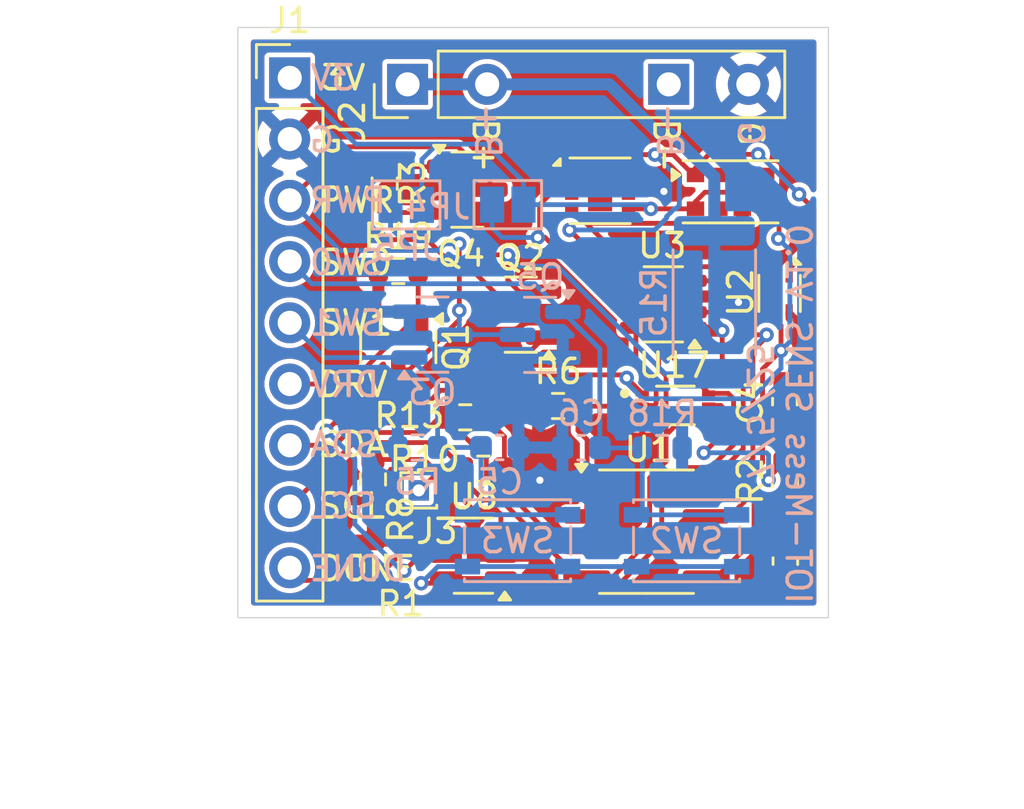
<source format=kicad_pcb>
(kicad_pcb (version 20241229) (generator "pcbnew") (generator_version "9.0")
  (layers (0 "F.Cu" signal) (2 "B.Cu" signal) (13 "F.Paste" user) (15 "B.Paste" user) (5 "F.SilkS" user "F.Silkscreen") (7 "B.SilkS" user "B.Silkscreen") (1 "F.Mask" user) (3 "B.Mask" user) (25 "Edge.Cuts" user))
  (net 0 "")
  (net 1 "Net-(U17-DVI)")
  (net 2 "GND")
  (net 3 "+3.3V")
  (net 4 "EN")
  (net 5 "ADDR")
  (net 6 "SCL_0")
  (net 7 "SDA_0")
  (net 8 "Net-(U12-LDR)")
  (net 12 "Va")
  (net 13 "Net-(Q2-G)")
  (net 14 "DONE")
  (net 15 "LSW1")
  (net 16 "LSW0")
  (net 17 "Net-(J3-Pin_1)")
  (net 18 "Net-(Q1-D)")
  (net 20 "Vb")
  (net 21 "PWR")
  (footprint "Package_TO_SOT_SMD:SOT-23-8" (layer "F.Cu") (at 96.386518 82.084014 180)
    (property "Reference" "U3")
    (property "Value" "INA219AxDCN")
  )
  (footprint "Resistor_SMD:R_0603_1608Metric" (layer "F.Cu") (at 84.35 89.344501 90)
    (property "Reference" "R8")
    (property "Value" "R")
  )
  (footprint "Package_SO:SOIC-8_3.9x4.9mm_P1.27mm" (layer "F.Cu") (at 95.687501 91.512499)
    (property "Reference" "U1")
    (property "Value" "INA219AxD")
  )
  (footprint "Resistor_SMD:R_0603_1608Metric" (layer "F.Cu") (at 84.35 92.7095 -90)
    (property "Reference" "R1")
    (property "Value" "R")
  )
  (footprint "Resistor_SMD:R_0603_1608Metric" (layer "F.Cu") (at 101.424016 89.419016 90)
    (property "Reference" "R2")
    (property "Value" "5K")
  )
  (footprint "Package_TO_SOT_SMD:SOT-23" (layer "F.Cu") (at 85.4 83.862499 -90)
    (property "Reference" "Q1")
    (property "Value" "AO3400A")
  )
  (footprint "Resistor_SMD:R_0603_1608Metric" (layer "F.Cu") (at 85.4 80.7)
    (property "Reference" "R19")
    (property "Value" "R")
  )
  (footprint "Sensor_Humidity:Sensirion_DFN-4_1.5x1.5mm_P0.8mm_SHT4x_NoCentralPad" (layer "F.Cu") (at 101.204018 81.629014 -90)
    (property "Reference" "U2")
    (property "Value" "SHT4x")
  )
  (footprint "IOT-Mess-Footprints:TP_Charger" (layer "F.Cu") (at 85.785 72.96 90)
    (property "Reference" "J2")
    (property "Value" "TP_4056")
  )
  (footprint "Sensor:Avago_APDS-9960" (layer "F.Cu") (at 99.174019 77.417049)
    (property "Reference" "U12" (hide yes))
    (property "Value" "APDS-9960")
  )
  (footprint "Sensor_Humidity:Sensirion_DFN-8-1EP_2.5x2.5mm_P0.5mm_EP1.1x1.7mm" (layer "F.Cu") (at 93.764016 77.374017)
    (property "Reference" "U13" (hide yes))
    (property "Value" "SHT31-DIS")
  )
  (footprint "Resistor_SMD:R_0603_1608Metric" (layer "F.Cu") (at 88.925 88.9)
    (property "Reference" "R13")
    (property "Value" "10K")
  )
  (footprint "Connector_PinHeader_2.54mm:PinHeader_1x09_P2.54mm_Vertical" (layer "F.Cu") (at 80.9 72.69)
    (property "Reference" "J1")
    (property "Value" "Conn_01x09_Pin")
  )
  (footprint "Package_TO_SOT_SMD:SOT-23" (layer "F.Cu") (at 90.48 82.512501 180)
    (property "Reference" "Q2")
    (property "Value" "AO3401A")
  )
  (footprint "Connector_PinHeader_1.00mm:PinHeader_1x01_P1.00mm_Vertical" (layer "F.Cu") (at 86.25 89.8)
    (property "Reference" "J3")
    (property "Value" "R_DELAY")
  )
  (footprint "Resistor_SMD:R_0603_1608Metric" (layer "F.Cu") (at 84.836675 77.077649 90)
    (property "Reference" "R3")
    (property "Value" "R")
  )
  (footprint "Capacitor_SMD:C_0603_1608Metric" (layer "F.Cu") (at 101.444018 92.734014 -90)
    (property "Reference" "C7" (hide yes))
    (property "Value" "1u")
  )
  (footprint "Package_TO_SOT_SMD:SOT-23" (layer "F.Cu") (at 88.262499 77.327233)
    (property "Reference" "Q4")
    (property "Value" "AO3401A")
  )
  (footprint "Capacitor_SMD:C_0603_1608Metric" (layer "F.Cu") (at 101.424018 86.119016 90)
    (property "Reference" "C4")
    (property "Value" "0.1u")
  )
  (footprint "Resistor_SMD:R_0603_1608Metric" (layer "F.Cu") (at 88.175 86.77 180)
    (property "Reference" "R10")
    (property "Value" "10K")
  )
  (footprint "Resistor_SMD:R_0603_1608Metric" (layer "F.Cu") (at 92.025 86.3)
    (property "Reference" "R6")
    (property "Value" "10K")
  )
  (footprint "Package_TO_SOT_SMD:SOT-23-6" (layer "F.Cu") (at 88.515001 92.5075 180)
    (property "Reference" "U8")
    (property "Value" "TPL5110")
  )
  (footprint "BH1750FVI-TR:XDCR_BH1750FVI-TR" (layer "F.Cu") (at 96.887499 86.2775)
    (property "Reference" "U17")
    (property "Value" "BH1750FVI-TR")
  )
  (footprint "Jumper:SolderJumper-2_P1.3mm_Open_Pad1.0x1.5mm" (layer "B.Cu") (at 89.939999 77.95)
    (property "Reference" "JP4")
    (property "Value" "Jp_2")
  )
  (footprint "Capacitor_SMD:C_0603_1608Metric" (layer "B.Cu") (at 89.604999 88.019999)
    (property "Reference" "C5")
    (property "Value" "C")
  )
  (footprint "Resistor_SMD:R_0603_1608Metric" (layer "B.Cu") (at 86.205001 88.019999)
    (property "Reference" "R5")
    (property "Value" "R")
  )
  (footprint "Jumper:SolderJumper-2_P1.3mm_Open_Pad1.0x1.5mm" (layer "B.Cu") (at 85.73 77.96)
    (property "Reference" "JP5")
    (property "Value" "Jp_2")
  )
  (footprint "Package_TO_SOT_SMD:SOT-23" (layer "B.Cu") (at 91.28 83.35 180)
    (property "Reference" "Q5")
    (property "Value" "AO3400A")
  )
  (footprint "Button_Switch_SMD:SW_SPST_PTS810" (layer "B.Cu") (at 90.344998 91.884999)
    (property "Reference" "SW3")
    (property "Value" "SW_Push")
  )
  (footprint "Resistor_SMD:R_0603_1608Metric" (layer "B.Cu") (at 96.34 88.04 180)
    (property "Reference" "R18")
    (property "Value" "R")
  )
  (footprint "Resistor_SMD:R_2512_6332Metric" (layer "B.Cu") (at 98.5 82 90)
    (property "Reference" "R15")
    (property "Value" "0.1R")
  )
  (footprint "Capacitor_SMD:C_0603_1608Metric" (layer "B.Cu") (at 92.98 88.03 180)
    (property "Reference" "C6")
    (property "Value" "C")
  )
  (footprint "Package_TO_SOT_SMD:SOT-23" (layer "B.Cu") (at 86.812499 83.34)
    (property "Reference" "Q3")
    (property "Value" "AO3400A")
  )
  (footprint "Button_Switch_SMD:SW_SPST_PTS810" (layer "B.Cu") (at 97.35 91.889999)
    (property "Reference" "SW2")
    (property "Value" "SW_Push")
  )
  (gr_rect (start 78.75 70.6) (end 103.23 95.08) (stroke (width 0.05)) (fill no) (layer "Edge.Cuts"))
  (gr_text "DONE" (at 82 93.047892 0) (layer "F.SilkS") (effects (font (size 1 1)) (justify left)))
  (gr_text "SDA" (at 81.99 87.897892 0) (layer "F.SilkS") (effects (font (size 1 1)) (justify left)))
  (gr_text "SCL" (at 81.989999 90.447892 0) (layer "F.SilkS") (effects (font (size 1 1)) (justify left)))
  (gr_text "SW1" (at 82 82.857892 0) (layer "F.SilkS") (effects (font (size 1 1)) (justify left)))
  (gr_text "DRV" (at 82 85.407892 0) (layer "F.SilkS") (effects (font (size 1 1)) (justify left)))
  (gr_text "SW0" (at 82 80.347892 0) (layer "F.SilkS") (effects (font (size 1 1)) (justify left)))
  (gr_text "3V" (at 82.123446 72.686857 0) (layer "F.SilkS") (effects (font (size 1 1)) (justify left)))
  (gr_text "G\n" (at 100 75 -90) (layer "F.SilkS") (effects (font (size 1 1))))
  (gr_text "PWR" (at 81.999999 77.767892 0) (layer "F.SilkS") (effects (font (size 1 1)) (justify left)))
  (gr_text "B+" (at 89.009203 75.5 -90) (layer "F.SilkS") (effects (font (size 1 1))))
  (gr_text "B-" (at 96.5 75.5 -90) (layer "F.SilkS") (effects (font (size 1 1))))
  (gr_text "G" (at 82 75.267891 0) (layer "F.SilkS") (effects (font (size 1 1)) (justify left)))
  (gr_text "3V" (at 81.67 72.69 0) (layer "B.SilkS") (effects (font (size 1 1)) (justify right mirror)))
  (gr_text "B-" (at 96.64 74.86 270) (layer "B.SilkS") (effects (font (size 1 1)) (justify mirror)))
  (gr_text "DONE" (at 81.64 93.05 0) (layer "B.SilkS") (effects (font (size 1 1)) (justify right mirror)))
  (gr_text "DRV" (at 81.64 85.41 0) (layer "B.SilkS") (effects (font (size 1 1)) (justify right mirror)))
  (gr_text "PWR" (at 81.64 77.77 0) (layer "B.SilkS") (effects (font (size 1 1)) (justify right mirror)))
  (gr_text "G" (at 81.64 75.27 0) (layer "B.SilkS") (effects (font (size 1 1)) (justify right mirror)))
  (gr_text "IOT-Mess SENS V1.0\n7/5/25" (at 101.170023 86.624242 270) (layer "B.SilkS") (effects (font (size 1 1)) (justify mirror)))
  (gr_text "G\n" (at 100 75 270) (layer "B.SilkS") (effects (font (size 1 1)) (justify mirror)))
  (gr_text "SW0" (at 81.64 80.35 0) (layer "B.SilkS") (effects (font (size 1 1)) (justify right mirror)))
  (gr_text "SDA" (at 81.65 87.9 0) (layer "B.SilkS") (effects (font (size 1 1)) (justify right mirror)))
  (gr_text "SCL" (at 81.65 90.45 0) (layer "B.SilkS") (effects (font (size 1 1)) (justify right mirror)))
  (gr_text "SW1" (at 81.64 82.86 0) (layer "B.SilkS") (effects (font (size 1 1)) (justify right mirror)))
  (gr_text "B+" (at 89.11 74.88 270) (layer "B.SilkS") (effects (font (size 1 1)) (justify mirror)))
  (segment (start 101.424018 86.894016) (end 101.424018 88.594014) (width 0.2) (layer "F.Cu") (net 1))
  (segment (start 101.424018 88.594014) (end 101.424016 88.594016) (width 0.2) (layer "F.Cu") (net 1))
  (segment (start 98.065 88.240716) (end 98.838499 87.467217) (width 0.2) (layer "F.Cu") (net 1))
  (segment (start 100.747499 89.367499) (end 100.747499 89.270533) (width 0.2) (layer "F.Cu") (net 1))
  (segment (start 98.838499 87.467217) (end 98.838499 86.3515) (width 0.2) (layer "F.Cu") (net 1))
  (segment (start 98.838499 86.3515) (end 98.764499 86.2775) (width 0.2) (layer "F.Cu") (net 1))
  (segment (start 100.747499 89.270533) (end 101.424016 88.594016) (width 0.2) (layer "F.Cu") (net 1))
  (segment (start 98.764499 86.2775) (end 98.262499 86.2775) (width 0.2) (layer "F.Cu") (net 1))
  (via (at 100.747499 89.367499) (size 0.6) (drill 0.3) (layers "F.Cu" "B.Cu") (net 1))
  (via (at 98.065 88.240716) (size 0.6) (drill 0.3) (layers "F.Cu" "B.Cu") (net 1))
  (segment (start 100.659485 88.240716) (end 100.747499 88.32873) (width 0.2) (layer "B.Cu") (net 1))
  (segment (start 98.065 88.240716) (end 100.659485 88.240716) (width 0.2) (layer "B.Cu") (net 1))
  (segment (start 100.747499 88.32873) (end 100.747499 89.367499) (width 0.2) (layer "B.Cu") (net 1))
  (segment (start 101.604018 82.37185) (end 101.864949 82.632781) (width 0.2) (layer "F.Cu") (net 2))
  (segment (start 101.604018 82.329014) (end 101.604018 82.37185) (width 0.2) (layer "F.Cu") (net 2))
  (segment (start 93.764016 77.374017) (end 94.014016 77.124017) (width 0.2) (layer "F.Cu") (net 2))
  (segment (start 101.864949 82.632781) (end 101.864949 84.903085) (width 0.2) (layer "F.Cu") (net 2))
  (segment (start 101.864949 84.903085) (end 101.424018 85.344016) (width 0.2) (layer "F.Cu") (net 2))
  (segment (start 94.014016 77.124017) (end 94.939016 77.124017) (width 0.2) (layer "F.Cu") (net 2))
  (segment (start 94.939016 77.124017) (end 94.939016 76.624016) (width 0.2) (layer "F.Cu") (net 2))
  (via (at 99.5 82) (size 0.6) (drill 0.3) (layers "F.Cu" "B.Cu") (net 2))
  (via (at 96.41 77.4) (size 0.6) (drill 0.3) (layers "F.Cu" "B.Cu") (net 2))
  (via (at 91.27 89.38) (size 0.6) (drill 0.3) (layers "F.Cu" "B.Cu") (net 2))
  (segment (start 95.87 78.124018) (end 97.71205 78.124018) (width 0.2) (layer "F.Cu") (net 3))
  (segment (start 100.147499 91.842501) (end 100.264012 91.959014) (width 0.2) (layer "F.Cu") (net 3))
  (segment (start 101.424016 90.244016) (end 101.424016 91.939011) (width 0.2) (layer "F.Cu") (net 3))
  (segment (start 100.147499 91.842501) (end 100.147499 89) (width 0.2) (layer "F.Cu") (net 3))
  (segment (start 101.18197 78.67) (end 100.629019 78.117049) (width 0.2) (layer "F.Cu") (net 3))
  (segment (start 90.99 85.01) (end 89.23 86.77) (width 0.2) (layer "F.Cu") (net 3))
  (segment (start 89.23 86.77) (end 89 86.77) (width 0.2) (layer "F.Cu") (net 3))
  (segment (start 101.1525 79.36) (end 101.18197 79.33053) (width 0.2) (layer "F.Cu") (net 3))
  (segment (start 100.237987 77.434017) (end 98.110049 77.434016) (width 0.2) (layer "F.Cu") (net 3))
  (segment (start 100.804018 82.37185) (end 100.804018 82.329014) (width 0.2) (layer "F.Cu") (net 3))
  (segment (start 100.264012 91.959014) (end 101.444018 91.959014) (width 0.2) (layer "F.Cu") (net 3))
  (segment (start 98.110049 77.434016) (end 97.719017 77.82505) (width 0.2) (layer "F.Cu") (net 3))
  (segment (start 101.18197 79.33053) (end 101.18197 78.67) (width 0.2) (layer "F.Cu") (net 3))
  (segment (start 100.695854 82.480014) (end 100.804018 82.37185) (width 0.2) (layer "F.Cu") (net 3))
  (segment (start 94.744998 85.01) (end 90.99 85.01) (width 0.2) (layer "F.Cu") (net 3))
  (segment (start 100.147499 89) (end 100.5 88.647499) (width 0.2) (layer "F.Cu") (net 3))
  (segment (start 101.424016 91.939011) (end 101.444017 91.959013) (width 0.2) (layer "F.Cu") (net 3))
  (segment (start 100.412182 82.480014) (end 100.695854 82.480014) (width 0.2) (layer "F.Cu") (net 3))
  (segment (start 94.939016 78.124018) (end 95.87 78.124018) (width 0.2) (layer "F.Cu") (net 3))
  (segment (start 89.8 88.6) (end 89.7 88.7) (width 0.2) (layer "F.Cu") (net 3))
  (segment (start 97.71205 78.124018) (end 97.719019 78.117049) (width 0.2) (layer "F.Cu") (net 3))
  (segment (start 89.8 87.57) (end 89.8 88.6) (width 0.2) (layer "F.Cu") (net 3))
  (segment (start 89 86.77) (end 89.8 87.57) (width 0.2) (layer "F.Cu") (net 3))
  (segment (start 101.263949 84) (end 101.263949 82.959931) (width 0.2) (layer "F.Cu") (net 3))
  (segment (start 97.719017 77.82505) (end 97.719018 78.117048) (width 0.2) (layer "F.Cu") (net 3))
  (segment (start 100.629018 78.11705) (end 100.62902 77.82505) (width 0.2) (layer "F.Cu") (net 3))
  (segment (start 99.499014 81.109014) (end 100.115 81.725) (width 0.2) (layer "F.Cu") (net 3))
  (segment (start 101.263949 82.959931) (end 100.804018 82.5) (width 0.2) (layer "F.Cu") (net 3))
  (segment (start 100.5 88.647499) (end 100.5 84.76395) (width 0.2) (layer "F.Cu") (net 3))
  (segment (start 97.524018 81.109014) (end 99.499014 81.109014) (width 0.2) (layer "F.Cu") (net 3))
  (segment (start 100.147499 91.842501) (end 98.572501 93.417499) (width 0.2) (layer "F.Cu") (net 3))
  (segment (start 100.115 82.182832) (end 100.412182 82.480014) (width 0.2) (layer "F.Cu") (net 3))
  (segment (start 100.804018 82.5) (end 100.804018 82.329014) (width 0.2) (layer "F.Cu") (net 3))
  (segment (start 100.5 84.76395) (end 101.263949 84) (width 0.2) (layer "F.Cu") (net 3))
  (segment (start 94.867499 85.132501) (end 94.744998 85.01) (width 0.2) (layer "F.Cu") (net 3))
  (segment (start 98.572501 93.417499) (end 98.162501 93.417499) (width 0.2) (layer "F.Cu") (net 3))
  (segment (start 100.62902 77.82505) (end 100.237987 77.434017) (width 0.2) (layer "F.Cu") (net 3))
  (segment (start 94.867499 85.132501) (end 95.512499 85.7775) (width 0.2) (layer "F.Cu") (net 3))
  (segment (start 100.115 81.725) (end 100.115 82.182832) (width 0.2) (layer "F.Cu") (net 3))
  (via (at 101.263949 84) (size 0.6) (drill 0.3) (layers "F.Cu" "B.Cu") (net 3))
  (via (at 94.867499 85.132501) (size 0.6) (drill 0.3) (layers "F.Cu" "B.Cu") (net 3))
  (via (at 101.1525 79.36) (size 0.6) (drill 0.3) (layers "F.Cu" "B.Cu") (net 3))
  (via (at 95.87 78.124018) (size 0.6) (drill 0.3) (layers "F.Cu" "B.Cu") (net 3))
  (segment (start 94.867499 85.337499) (end 95.53 86) (width 0.2) (layer "B.Cu") (net 3))
  (segment (start 100.124 85.876) (end 100.16016 85.876) (width 0.2) (layer "B.Cu") (net 3))
  (segment (start 101.631974 79.839474) (end 101.631974 83.631974) (width 0.2) (layer "B.Cu") (net 3))
  (segment (start 90.589998 77.95) (end 90.589998 77) (width 0.2) (layer "B.Cu") (net 3))
  (segment (start 87.01 75.44) (end 83.65 75.44) (width 0.2) (layer "B.Cu") (net 3))
  (segment (start 100.476 85.56016) (end 100.476 85.524) (width 0.2) (layer "B.Cu") (net 3))
  (segment (start 95.695982 77.95) (end 95.87 78.124018) (width 0.2) (layer "B.Cu") (net 3))
  (segment (start 83.65 75.44) (end 80.9 72.69) (width 0.2) (layer "B.Cu") (net 3))
  (segment (start 86.38 76.07) (end 87.01 75.44) (width 0.2) (layer "B.Cu") (net 3))
  (segment (start 101.263949 84) (end 101.631974 83.631974) (width 0.2) (layer "B.Cu") (net 3))
  (segment (start 101.263949 84.736051) (end 101.263949 84) (width 0.2) (layer "B.Cu") (net 3))
  (segment (start 95.53 86) (end 100 86) (width 0.2) (layer "B.Cu") (net 3))
  (segment (start 100.16016 85.876) (end 100.476 85.56016) (width 0.2) (layer "B.Cu") (net 3))
  (segment (start 90.589998 77) (end 89.029998 75.44) (width 0.2) (layer "B.Cu") (net 3))
  (segment (start 94.867499 85.132501) (end 94.867499 85.337499) (width 0.2) (layer "B.Cu") (net 3))
  (segment (start 86.38 77.96) (end 86.38 76.07) (width 0.2) (layer "B.Cu") (net 3))
  (segment (start 100.476 85.524) (end 101.263949 84.736051) (width 0.2) (layer "B.Cu") (net 3))
  (segment (start 101.1525 79.36) (end 101.631974 79.839474) (width 0.2) (layer "B.Cu") (net 3))
  (segment (start 100 86) (end 100.124 85.876) (width 0.2) (layer "B.Cu") (net 3))
  (segment (start 90.589998 77.95) (end 95.695982 77.95) (width 0.2) (layer "B.Cu") (net 3))
  (segment (start 89.029998 75.44) (end 87.01 75.44) (width 0.2) (layer "B.Cu") (net 3))
  (segment (start 86.225 80.7) (end 86.225 82.799999) (width 0.2) (layer "F.Cu") (net 4))
  (segment (start 85.829468 82.924999) (end 83.364467 85.39) (width 0.2) (layer "F.Cu") (net 4))
  (segment (start 86.35 82.924999) (end 85.829468 82.924999) (width 0.2) (layer "F.Cu") (net 4))
  (segment (start 83.364467 85.39) (end 80.9 85.39) (width 0.2) (layer "F.Cu") (net 4))
  (segment (start 86.225 82.799999) (end 86.35 82.924999) (width 0.2) (layer "F.Cu") (net 4))
  (segment (start 95.249018 82.409013) (end 95.249018 83.059014) (width 0.2) (layer "F.Cu") (net 5))
  (segment (start 95.482499 86.3075) (end 95.512499 86.2775) (width 0.2) (layer "F.Cu") (net 5))
  (segment (start 91.26 77.951033) (end 92.087016 77.124017) (width 0.2) (layer "F.Cu") (net 5))
  (segment (start 95.249018 84.512019) (end 96.088499 85.3515) (width 0.2) (layer "F.Cu") (net 5))
  (segment (start 92.087016 77.124017) (end 92.589016 77.124017) (width 0.2) (layer "F.Cu") (net 5))
  (segment (start 93.227499 89.592501) (end 93.212501 89.607499) (width 0.2) (layer "F.Cu") (net 5))
  (segment (start 93.212501 89.607499) (end 93.212502 90.877499) (width 0.2) (layer "F.Cu") (net 5))
  (segment (start 91.487505 79.31) (end 94.586519 82.409014) (width 0.2) (layer "F.Cu") (net 5))
  (segment (start 96.088499 85.3515) (end 96.088499 86.2035) (width 0.2) (layer "F.Cu") (net 5))
  (segment (start 94.586519 82.409014) (end 95.249018 82.409014) (width 0.2) (layer "F.Cu") (net 5))
  (segment (start 96.014499 86.2775) (end 95.512499 86.2775) (width 0.2) (layer "F.Cu") (net 5))
  (segment (start 91.26 79.23) (end 91.26 77.951033) (width 0.2) (layer "F.Cu") (net 5))
  (segment (start 92.85 86.3) (end 92.85 87.322501) (width 0.2) (layer "F.Cu") (net 5))
  (segment (start 92.85 87.322501) (end 93.227499 87.7) (width 0.2) (layer "F.Cu") (net 5))
  (segment (start 95.249018 83.059014) (end 95.249018 84.512019) (width 0.2) (layer "F.Cu") (net 5))
  (segment (start 93.227499 86.3075) (end 95.482499 86.3075) (width 0.2) (layer "F.Cu") (net 5))
  (segment (start 91.18 79.31) (end 91.487505 79.31) (width 0.2) (layer "F.Cu") (net 5))
  (segment (start 91.18 79.31) (end 91.26 79.23) (width 0.2) (layer "F.Cu") (net 5))
  (segment (start 93.227499 87.7) (end 93.227499 89.592501) (width 0.2) (layer "F.Cu") (net 5))
  (segment (start 96.088499 86.2035) (end 96.014499 86.2775) (width 0.2) (layer "F.Cu") (net 5))
  (via (at 91.18 79.31) (size 0.6) (drill 0.3) (layers "F.Cu" "B.Cu") (net 5))
  (segment (start 89.29 78.9) (end 89.29 77.95) (width 0.2) (layer "B.Cu") (net 5))
  (segment (start 91.18 79.31) (end 89.7 79.31) (width 0.2) (layer "B.Cu") (net 5))
  (segment (start 89.7 79.31) (end 89.29 78.9) (width 0.2) (layer "B.Cu") (net 5))
  (segment (start 96.32 89.833032) (end 96.32 91.359868) (width 0.2) (layer "F.Cu") (net 6))
  (segment (start 95.249018 81.109014) (end 95.249018 80.78402) (width 0.2) (layer "F.Cu") (net 6))
  (segment (start 95.249018 81.109014) (end 95.989054 81.109014) (width 0.2) (layer "F.Cu") (net 6))
  (segment (start 96.57402 80.524048) (end 100.804018 80.524048) (width 0.2) (layer "F.Cu") (net 6))
  (segment (start 88.1 88.9) (end 88.1 89.375) (width 0.2) (layer "F.Cu") (net 6))
  (segment (start 94.262369 93.417499) (end 93.212502 93.417499) (width 0.2) (layer "F.Cu") (net 6))
  (segment (start 99.0745 85.7775) (end 99.297 86) (width 0.2) (layer "F.Cu") (net 6))
  (segment (start 95.989054 81.109014) (end 96.57402 80.524048) (width 0.2) (layer "F.Cu") (net 6))
  (segment (start 96.589018 83.321722) (end 96.589016 83.321724) (width 0.2) (layer "F.Cu") (net 6))
  (segment (start 97.301582 88.85145) (end 96.32 89.833032) (width 0.2) (layer "F.Cu") (net 6))
  (segment (start 89.648034 90.2) (end 92.865533 93.417499) (width 0.2) (layer "F.Cu") (net 6))
  (segment (start 98.35145 88.85145) (end 97.301582 88.85145) (width 0.2) (layer "F.Cu") (net 6))
  (segment (start 95 78.725018) (end 98.37305 78.725018) (width 0.2) (layer "F.Cu") (net 6))
  (segment (start 83.551499 87.818501) (end 87.018501 87.818501) (width 0.2) (layer "F.Cu") (net 6))
  (segment (start 98.689019 78.409049) (end 98.689019 78.117049) (width 0.2) (layer "F.Cu") (net 6))
  (segment (start 99.297 87.9059) (end 98.35145 88.85145) (width 0.2) (layer "F.Cu") (net 6))
  (segment (start 96.589016 84.089016) (end 98.262499 85.762499) (width 0.2) (layer "F.Cu") (net 6))
  (segment (start 93.190016 78.725018) (end 95 78.725018) (width 0.2) (layer "F.Cu") (net 6))
  (segment (start 96.32 91.359868) (end 94.262369 93.417499) (width 0.2) (layer "F.Cu") (net 6))
  (segment (start 99.297 86) (end 99.297 87.9059) (width 0.2) (layer "F.Cu") (net 6))
  (segment (start 96.589018 81.786513) (end 96.589018 83.321722) (width 0.2) (layer "F.Cu") (net 6))
  (segment (start 100.804018 80.524048) (end 100.804018 80.929014) (width 0.2) (layer "F.Cu") (net 6))
  (segment (start 95.249018 81.109013) (end 95.911519 81.109014) (width 0.2) (layer "F.Cu") (net 6))
  (segment (start 95.249018 80.78402) (end 93.190016 78.725018) (width 0.2) (layer "F.Cu") (net 6))
  (segment (start 92.589016 78.124018) (end 93.190016 78.725018) (width 0.2) (layer "F.Cu") (net 6))
  (segment (start 95.911519 81.109014) (end 96.589018 81.786513) (width 0.2) (layer "F.Cu") (net 6))
  (segment (start 92.865533 93.417499) (end 93.212501 93.417499) (width 0.2) (layer "F.Cu") (net 6))
  (segment (start 80.9 90.47) (end 83.551499 87.818501) (width 0.2) (layer "F.Cu") (net 6))
  (segment (start 92.557049 78.155985) (end 92.589015 78.124018) (width 0.2) (layer "F.Cu") (net 6))
  (segment (start 88.1 89.375) (end 88.925 90.2) (width 0.2) (layer "F.Cu") (net 6))
  (segment (start 98.37305 78.725018) (end 98.689019 78.409049) (width 0.2) (layer "F.Cu") (net 6))
  (segment (start 87.018501 87.818501) (end 88.1 88.9) (width 0.2) (layer "F.Cu") (net 6))
  (segment (start 96.589016 83.321724) (end 96.589016 84.089016) (width 0.2) (layer "F.Cu") (net 6))
  (segment (start 98.262499 85.7775) (end 99.0745 85.7775) (width 0.2) (layer "F.Cu") (net 6))
  (segment (start 88.925 90.2) (end 89.648034 90.2) (width 0.2) (layer "F.Cu") (net 6))
  (segment (start 97.751517 76.717049) (end 97.719017 76.717049) (width 0.2) (layer "F.Cu") (net 7))
  (segment (start 83.3 87.4) (end 86.478999 87.4) (width 0.2) (layer "F.Cu") (net 7))
  (segment (start 87.35 86.77) (end 89.049 88.469) (width 0.2) (layer "F.Cu") (net 7))
  (segment (start 80.9 87.93) (end 82.77 87.93) (width 0.2) (layer "F.Cu") (net 7))
  (segment (start 93.013017 79.513017) (end 93.013017 80.070721) (width 0.2) (layer "F.Cu") (net 7))
  (segment (start 96.794017 75.874017) (end 96.04 75.874017) (width 0.2) (layer "F.Cu") (net 7))
  (segment (start 97.637049 76.717049) (end 96.794017 75.874017) (width 0.2) (layer "F.Cu") (net 7))
  (segment (start 96.188016 84.738016) (end 96.5 85.05) (width 0.2) (layer "F.Cu") (net 7))
  (segment (start 96.04 75.874017) (end 93.339017 75.874017) (width 0.2) (layer "F.Cu") (net 7))
  (segment (start 97.719016 76.42505) (end 98.280051 75.864016) (width 0.2) (layer "F.Cu") (net 7))
  (segment (start 98.262499 86.7775) (end 97.2225 86.7775) (width 0.2) (layer "F.Cu") (net 7))
  (segment (start 97.2225 86.7775) (end 96.5 87.5) (width 0.2) (layer "F.Cu") (net 7))
  (segment (start 102.014017 77.52) (end 102.629 78.134983) (width 0.2) (layer "F.Cu") (net 7))
  (segment (start 86.478999 87.4) (end 87.108999 86.77) (width 0.2) (layer "F.Cu") (net 7))
  (segment (start 95.82 91.292768) (end 94.965268 92.1475) (width 0.2) (layer "F.Cu") (net 7))
  (segment (start 89.849 89.799) (end 92.197499 92.147499) (width 0.2) (layer "F.Cu") (net 7))
  (segment (start 94.70131 81.759014) (end 95.249018 81.759014) (width 0.2) (layer "F.Cu") (net 7))
  (segment (start 96.5 85.05) (end 96.5 86) (width 0.2) (layer "F.Cu") (net 7))
  (segment (start 93.339017 75.874017) (end 92.589018 76.624015) (width 0.2) (layer "F.Cu") (net 7))
  (segment (start 82.77 87.93) (end 83.3 87.4) (width 0.2) (layer "F.Cu") (net 7))
  (segment (start 97.719017 76.717049) (end 97.719016 76.42505) (width 0.2) (layer "F.Cu") (net 7))
  (segment (start 96.3015 88.8015) (end 95.82 89.283) (width 0.2) (layer "F.Cu") (net 7))
  (segment (start 96.5 87.5) (end 96.5 88.603) (width 0.2) (layer "F.Cu") (net 7))
  (segment (start 89.049 89.388064) (end 89.459936 89.799) (width 0.2) (layer "F.Cu") (net 7))
  (segment (start 96.5 86) (end 96.5 87.5) (width 0.2) (layer "F.Cu") (net 7))
  (segment (start 93.013017 80.070721) (end 94.70131 81.759014) (width 0.2) (layer "F.Cu") (net 7))
  (segment (start 89.459936 89.799) (end 89.849 89.799) (width 0.2) (layer "F.Cu") (net 7))
  (segment (start 102.629 78.134983) (end 102.629 79.591) (width 0.2) (layer "F.Cu") (net 7))
  (segment (start 92.5 79) (end 93.013017 79.513017) (width 0.2) (layer "F.Cu") (net 7))
  (segment (start 95.82 89.283) (end 95.82 91.292768) (width 0.2) (layer "F.Cu") (net 7))
  (segment (start 97.719017 76.717049) (end 97.637049 76.717049) (width 0.2) (layer "F.Cu") (net 7))
  (segment (start 98.280051 75.864016) (end 100.31 75.864016) (width 0.2) (layer "F.Cu") (net 7))
  (segment (start 96.188016 82.035515) (end 96.188016 84.738016) (width 0.2) (layer "F.Cu") (net 7))
  (segment (start 94.965268 92.1475) (end 93.212502 92.1475) (width 0.2) (layer "F.Cu") (net 7))
  (segment (start 95.911517 81.759013) (end 96.188016 82.035515) (width 0.2) (layer "F.Cu") (net 7))
  (segment (start 92.197499 92.147499) (end 93.212501 92.147499) (width 0.2) (layer "F.Cu") (net 7))
  (segment (start 101.604018 80.615982) (end 101.604018 80.929014) (width 0.2) (layer "F.Cu") (net 7))
  (segment (start 96.5 88.603) (end 96.3015 88.8015) (width 0.2) (layer "F.Cu") (net 7))
  (segment (start 89.049 88.469) (end 89.049 89.388064) (width 0.2) (layer "F.Cu") (net 7))
  (segment (start 102.629 79.591) (end 101.604018 80.615982) (width 0.2) (layer "F.Cu") (net 7))
  (via (at 96.04 75.874017) (size 0.6) (drill 0.3) (layers "F.Cu" "B.Cu") (net 7))
  (via (at 92.5 79) (size 0.6) (drill 0.3) (layers "F.Cu" "B.Cu") (net 7))
  (via (at 100.31 75.864016) (size 0.6) (drill 0.3) (layers "F.Cu" "B.Cu") (net 7))
  (via (at 102.014017 77.52) (size 0.6) (drill 0.3) (layers "F.Cu" "B.Cu") (net 7))
  (segment (start 92.5 79) (end 96.02866 79) (width 0.2) (layer "B.Cu") (net 7))
  (segment (start 100.358033 75.864016) (end 102.014017 77.52) (width 0.2) (layer "B.Cu") (net 7))
  (segment (start 96.524 78.43984) (end 96.83984 78.124) (width 0.2) (layer "B.Cu") (net 7))
  (segment (start 97.05 76.884017) (end 96.04 75.874017) (width 0.2) (layer "B.Cu") (net 7))
  (segment (start 96.02866 79) (end 96.524 78.50466) (width 0.2) (layer "B.Cu") (net 7))
  (segment (start 96.83984 78.124) (end 96.90466 78.124) (width 0.2) (layer "B.Cu") (net 7))
  (segment (start 100.31 75.864016) (end 100.358033 75.864016) (width 0.2) (layer "B.Cu") (net 7))
  (segment (start 96.524 78.50466) (end 96.524 78.43984) (width 0.2) (layer "B.Cu") (net 7))
  (segment (start 96.90466 78.124) (end 97.05 77.97866) (width 0.2) (layer "B.Cu") (net 7))
  (segment (start 97.05 77.97866) (end 97.05 76.884017) (width 0.2) (layer "B.Cu") (net 7))
  (segment (start 100.62902 76.71705) (end 99.659018 76.717049) (width 0.2) (layer "F.Cu") (net 8))
  (segment (start 98.826905 83.175435) (end 98.826905 84.361901) (width 0.2) (layer "F.Cu") (net 12))
  (segment (start 99.698 85.232996) (end 99.698 88.072) (width 0.2) (layer "F.Cu") (net 12))
  (segment (start 99.698 88.072) (end 98.162501 89.607499) (width 0.2) (layer "F.Cu") (net 12))
  (segment (start 98.826905 84.361901) (end 99.698 85.232996) (width 0.2) (layer "F.Cu") (net 12))
  (segment (start 97.640439 83.175435) (end 97.524018 83.059014) (width 0.5) (layer "F.Cu") (net 12))
  (segment (start 98.826905 83.175435) (end 97.640439 83.175435) (width 0.5) (layer "F.Cu") (net 12))
  (via (at 98.826905 83.175435) (size 0.6) (drill 0.3) (layers "F.Cu" "B.Cu") (net 12))
  (segment (start 98.5 79.0375) (end 98.5 82.84853) (width 0.5) (layer "B.Cu") (net 12))
  (segment (start 89.084999 72.96) (end 94.1525 72.96) (width 0.5) (layer "B.Cu") (net 12))
  (segment (start 89.084999 72.96) (end 85.785 72.96) (width 0.5) (layer "B.Cu") (net 12))
  (segment (start 96.71 75.01) (end 98.5 76.8) (width 0.5) (layer "B.Cu") (net 12))
  (segment (start 96.2025 75.01) (end 96.71 75.01) (width 0.5) (layer "B.Cu") (net 12))
  (segment (start 94.1525 72.96) (end 96.2025 75.01) (width 0.5) (layer "B.Cu") (net 12))
  (segment (start 98.5 82.84853) (end 98.826905 83.175435) (width 0.5) (layer "B.Cu") (net 12))
  (segment (start 98.5 76.8) (end 98.5 79.0375) (width 0.5) (layer "B.Cu") (net 12))
  (segment (start 91.4175 83.4825) (end 91.4175 83.462501) (width 0.2) (layer "F.Cu") (net 13))
  (segment (start 87.151322 85.65) (end 89.25 85.65) (width 0.2) (layer "F.Cu") (net 13))
  (segment (start 86.281028 92.5075) (end 87.377501 92.5075) (width 0.2) (layer "F.Cu") (net 13))
  (segment (start 85.801322 87) (end 87.151322 85.65) (width 0.2) (layer "F.Cu") (net 13))
  (segment (start 89.25 85.65) (end 91.4175 83.4825) (width 0.2) (layer "F.Cu") (net 13))
  (segment (start 85.646272 93.142257) (end 86.281028 92.5075) (width 0.2) (layer "F.Cu") (net 13))
  (segment (start 82.755735 87) (end 85.801322 87) (width 0.2) (layer "F.Cu") (net 13))
  (segment (start 82.425735 87.33) (end 82.755735 87) (width 0.2) (layer "F.Cu") (net 13))
  (via (at 82.425735 87.33) (size 0.6) (drill 0.3) (layers "F.Cu" "B.Cu") (net 13))
  (via (at 85.646272 93.142257) (size 0.6) (drill 0.3) (layers "F.Cu" "B.Cu") (net 13))
  (segment (start 82.425735 87.33) (end 83.6 88.504265) (width 0.2) (layer "B.Cu") (net 13))
  (segment (start 85.542257 93.142257) (end 85.646272 93.142257) (width 0.2) (layer "B.Cu") (net 13))
  (segment (start 83.6 88.504265) (end 83.6 91.2) (width 0.2) (layer "B.Cu") (net 13))
  (segment (start 83.6 91.2) (end 85.542257 93.142257) (width 0.2) (layer "B.Cu") (net 13))
  (segment (start 84.405499 93.5345) (end 86.382498 91.557501) (width 0.2) (layer "F.Cu") (net 14))
  (segment (start 87.377501 91.557501) (end 86.465499 91.557501) (width 0.2) (layer "F.Cu") (net 14))
  (segment (start 84.405499 93.5345) (end 81.4245 93.5345) (width 0.2) (layer "F.Cu") (net 14))
  (segment (start 81.4245 93.5345) (end 80.9 93.01) (width 0.2) (layer "F.Cu") (net 14))
  (segment (start 86.382498 91.557501) (end 86.465499 91.557501) (width 0.2) (layer "F.Cu") (net 14))
  (segment (start 88.269998 90.809998) (end 92.42 90.809999) (width 0.2) (layer "B.Cu") (net 15))
  (segment (start 88.829999 88.019999) (end 88.829999 90.249998) (width 0.2) (layer "B.Cu") (net 15))
  (segment (start 80.9 82.85) (end 82.34 84.29) (width 0.2) (layer "B.Cu") (net 15))
  (segment (start 87.03 88.02) (end 88.83 88.02) (width 0.2) (layer "B.Cu") (net 15))
  (segment (start 88.829999 90.249998) (end 88.269998 90.809999) (width 0.2) (layer "B.Cu") (net 15))
  (segment (start 85.874999 84.29) (end 87.030001 85.445002) (width 0.2) (layer "B.Cu") (net 15))
  (segment (start 82.34 84.29) (end 85.874999 84.29) (width 0.2) (layer "B.Cu") (net 15))
  (segment (start 87.030001 85.445002) (end 87.030001 88.019999) (width 0.2) (layer "B.Cu") (net 15))
  (segment (start 93.54 88.04) (end 95.514999 88.040001) (width 0.2) (layer "B.Cu") (net 16))
  (segment (start 81.82 81.23) (end 91.0475 81.23) (width 0.2) (layer "B.Cu") (net 16))
  (segment (start 80.9 80.31) (end 81.82 81.23) (width 0.2) (layer "B.Cu") (net 16))
  (segment (start 91.0475 81.23) (end 92.2175 82.4) (width 0.2) (layer "B.Cu") (net 16))
  (segment (start 95.515 90.574999) (end 95.275 90.814999) (width 0.2) (layer "B.Cu") (net 16))
  (segment (start 92.2175 82.4) (end 93.755 83.9375) (width 0.2) (layer "B.Cu") (net 16))
  (segment (start 99.425 90.814998) (end 95.275 90.814998) (width 0.2) (layer "B.Cu") (net 16))
  (segment (start 93.755 83.9375) (end 93.755 88.03) (width 0.2) (layer "B.Cu") (net 16))
  (segment (start 95.515 88.04) (end 95.515 90.574999) (width 0.2) (layer "B.Cu") (net 16))
  (segment (start 89.652501 90.798603) (end 89.652501 91.557501) (width 0.2) (layer "F.Cu") (net 17))
  (segment (start 87.2 89.3) (end 88.501 90.601) (width 0.2) (layer "F.Cu") (net 17))
  (segment (start 86.1 90) (end 86.8 89.3) (width 0.2) (layer "F.Cu") (net 17))
  (segment (start 86.9 88.95) (end 86.9 89.3) (width 0.2) (layer "F.Cu") (net 17))
  (segment (start 86.469501 88.519501) (end 86.9 88.95) (width 0.2) (layer "F.Cu") (net 17))
  (segment (start 86.9 89.3) (end 87.2 89.3) (width 0.2) (layer "F.Cu") (net 17))
  (segment (start 89.454898 90.601) (end 89.652501 90.798603) (width 0.2) (layer "F.Cu") (net 17))
  (segment (start 86.8 89.3) (end 86.9 89.3) (width 0.2) (layer "F.Cu") (net 17))
  (segment (start 84.405499 88.519501) (end 86.469501 88.519501) (width 0.2) (layer "F.Cu") (net 17))
  (segment (start 88.501 90.601) (end 89.454898 90.601) (width 0.2) (layer "F.Cu") (net 17))
  (segment (start 87.93 80.73) (end 86.6 79.4) (width 0.2) (layer "F.Cu") (net 18))
  (segment (start 87.93 82.724467) (end 85.854467 84.8) (width 0.2) (layer "F.Cu") (net 18))
  (segment (start 86.6 79.4) (end 84.4 79.4) (width 0.2) (layer "F.Cu") (net 18))
  (segment (start 83.8 78.8) (end 83.8 77.487092) (width 0.2) (layer "F.Cu") (net 18))
  (segment (start 87.93 82.34) (end 87.93 82.724467) (width 0.2) (layer "F.Cu") (net 18))
  (segment (start 87.93 82.34) (end 87.93 80.73) (width 0.2) (layer "F.Cu") (net 18))
  (segment (start 85.854467 84.8) (end 85.4 84.8) (width 0.2) (layer "F.Cu") (net 18))
  (segment (start 87.324998 76.377234) (end 84.751258 76.377234) (width 0.2) (layer "F.Cu") (net 18))
  (segment (start 84.836675 76.450417) (end 84.836675 76.252649) (width 0.2) (layer "F.Cu") (net 18))
  (segment (start 83.8 77.487092) (end 84.836675 76.450417) (width 0.2) (layer "F.Cu") (net 18))
  (segment (start 84.4 79.4) (end 83.8 78.8) (width 0.2) (layer "F.Cu") (net 18))
  (via (at 87.93 82.34) (size 0.6) (drill 0.3) (layers "F.Cu" "B.Cu") (net 18))
  (segment (start 87.93 82.34) (end 87.93 83.16) (width 0.2) (layer "B.Cu") (net 18))
  (segment (start 87.93 83.16) (end 87.75 83.34) (width 0.2) (layer "B.Cu") (net 18))
  (segment (start 87.75 83.34) (end 90.3325 83.34) (width 0.2) (layer "B.Cu") (net 18))
  (segment (start 99.746499 88.8339) (end 99.746499 90.268501) (width 0.2) (layer "F.Cu") (net 20))
  (segment (start 89.230001 80.029999) (end 87.500001 78.299999) (width 0.2) (layer "F.Cu") (net 20))
  (segment (start 89.94 81.085001) (end 90.4175 81.562501) (width 0.2) (layer "F.Cu") (net 20))
  (segment (start 89.929999 80.029999) (end 89.95 80.05) (width 0.2) (layer "F.Cu") (net 20))
  (segment (start 99.137501 90.877499) (end 98.1625 90.877501) (width 0.2) (layer "F.Cu") (net 20))
  (segment (start 100.099 88.481399) (end 99.746499 88.8339) (width 0.2) (layer "F.Cu") (net 20))
  (segment (start 86.35 93.65) (end 87.185 93.65) (width 0.2) (layer "F.Cu") (net 20))
  (segment (start 100.663949 83.435051) (end 100.099 84) (width 0.2) (layer "F.Cu") (net 20))
  (segment (start 87.324999 78.277233) (end 85.211259 78.277233) (width 0.2) (layer "F.Cu") (net 20))
  (segment (start 100.663949 83.346708) (end 100.663949 83.435051) (width 0.2) (layer "F.Cu") (net 20))
  (segment (start 90.4175 81.562501) (end 91.4175 81.562501) (width 0.2) (layer "F.Cu") (net 20))
  (segment (start 98.909014 82.409014) (end 97.524018 82.409014) (width 0.2) (layer "F.Cu") (net 20))
  (segment (start 100.663949 83.346708) (end 99.846708 83.346708) (width 0.2) (layer "F.Cu") (net 20))
  (segment (start 99.846708 83.346708) (end 98.909014 82.409014) (width 0.2) (layer "F.Cu") (net 20))
  (segment (start 89.230001 80.029999) (end 89.929999 80.029999) (width 0.2) (layer "F.Cu") (net 20))
  (segment (start 89.94 80.06) (end 89.94 81.085001) (width 0.2) (layer "F.Cu") (net 20))
  (segment (start 100.099 84) (end 100.099 88.481399) (width 0.2) (layer "F.Cu") (net 20))
  (segment (start 87.185 93.65) (end 87.377501 93.457499) (width 0.2) (layer "F.Cu") (net 20))
  (segment (start 87.377501 93.457503) (end 89.652501 93.457504) (width 0.2) (layer "F.Cu") (net 20))
  (segment (start 97.369469 90.877499) (end 98.162501 90.877499) (width 0.2) (layer "F.Cu") (net 20))
  (segment (start 85.211259 78.277233) (end 84.836675 77.902649) (width 0.2) (layer "F.Cu") (net 20))
  (segment (start 90.213501 94.018499) (end 94.228469 94.018499) (width 0.2) (layer "F.Cu") (net 20))
  (segment (start 94.228469 94.018499) (end 97.369469 90.877499) (width 0.2) (layer "F.Cu") (net 20))
  (segment (start 89.652501 93.457499) (end 90.213501 94.018499) (width 0.2) (layer "F.Cu") (net 20))
  (segment (start 99.746499 90.268501) (end 99.137501 90.877499) (width 0.2) (layer "F.Cu") (net 20))
  (via (at 86.35 93.65) (size 0.6) (drill 0.3) (layers "F.Cu" "B.Cu") (net 20))
  (via (at 100.663949 83.346708) (size 0.6) (drill 0.3) (layers "F.Cu" "B.Cu") (net 20))
  (via (at 89.95 80.05) (size 0.6) (drill 0.3) (layers "F.Cu" "B.Cu") (net 20))
  (segment (start 92.419997 92.959999) (end 93.81 92.96) (width 0.2) (layer "B.Cu") (net 20))
  (segment (start 90.4 80.5) (end 89.95 80.05) (width 0.2) (layer "B.Cu") (net 20))
  (segment (start 92 80.5) (end 90.4 80.5) (width 0.2) (layer "B.Cu") (net 20))
  (segment (start 99.5375 84.9625) (end 98.5 84.9625) (width 0.2) (layer "B.Cu") (net 20))
  (segment (start 96.4625 84.9625) (end 92 80.5) (width 0.2) (layer "B.Cu") (net 20))
  (segment (start 87.040001 92.959999) (end 86.35 93.65) (width 0.2) (layer "B.Cu") (net 20))
  (segment (start 93.81 92.96) (end 99.420001 92.959999) (width 0.2) (layer "B.Cu") (net 20))
  (segment (start 100 84.010657) (end 100 84.5) (width 0.2) (layer "B.Cu") (net 20))
  (segment (start 88.269999 92.96) (end 92.42 92.96) (width 0.2) (layer "B.Cu") (net 20))
  (segment (start 88.269998 92.959999) (end 87.040001 92.959999) (width 0.2) (layer "B.Cu") (net 20))
  (segment (start 100 84.5) (end 99.5375 84.9625) (width 0.2) (layer "B.Cu") (net 20))
  (segment (start 98.5 84.9625) (end 96.4625 84.9625) (width 0.2) (layer "B.Cu") (net 20))
  (segment (start 100.663949 83.346708) (end 100 84.010657) (width 0.2) (layer "B.Cu") (net 20))
  (segment (start 87.925736 79.574264) (end 87.925736 80.125736) (width 0.2) (layer "F.Cu") (net 21))
  (segment (start 89.2 76.872766) (end 89.2 77.327233) (width 0.2) (layer "F.Cu") (net 21))
  (segment (start 80.9 77.77) (end 83.118351 75.551649) (width 0.2) (layer "F.Cu") (net 21))
  (segment (start 87.878883 75.551649) (end 89.2 76.872766) (width 0.2) (layer "F.Cu") (net 21))
  (segment (start 83.118351 75.551649) (end 87.878883 75.551649) (width 0.2) (layer "F.Cu") (net 21))
  (segment (start 89.542499 81.742499) (end 89.542499 82.512501) (width 0.2) (layer "F.Cu") (net 21))
  (segment (start 87.925736 80.125736) (end 89.542499 81.742499) (width 0.2) (layer "F.Cu") (net 21))
  (via (at 87.925736 79.574264) (size 0.6) (drill 0.3) (layers "F.Cu" "B.Cu") (net 21))
  (segment (start 87.925736 79.574264) (end 87.325736 79.574264) (width 0.2) (layer "B.Cu") (net 21))
  (segment (start 87.325736 79.574264) (end 87.05 79.85) (width 0.2) (layer "B.Cu") (net 21))
  (segment (start 82.98 79.85) (end 80.9 77.77) (width 0.2) (layer "B.Cu") (net 21))
  (segment (start 87.05 79.85) (end 82.98 79.85) (width 0.2) (layer "B.Cu") (net 21))
  (segment (start 86.02 79.85) (end 85.08 78.91) (width 0.2) (layer "B.Cu") (net 21))
  (segment (start 85.08 78.91) (end 85.08 77.96) (width 0.2) (layer "B.Cu") (net 21))
  (segment (start 87.05 79.85) (end 86.02 79.85) (width 0.2) (layer "B.Cu") (net 21))
  (zone (net 2) (net_name "GND") (layers "F.Cu" "B.Cu") (connect_pads (clearance 0.2)) (min_thickness 0.25) (fill yes (thermal_gap 0.5) (thermal_bridge_width 0.5))
    (polygon (pts (xy 79.14 70.63) (xy 103.217903 70.62198) (xy 103.227172 95.05392) (xy 79.299298 95.061883) (xy 79.29001 70.578569) (xy 79.18 70.61)))
  )
)
</source>
